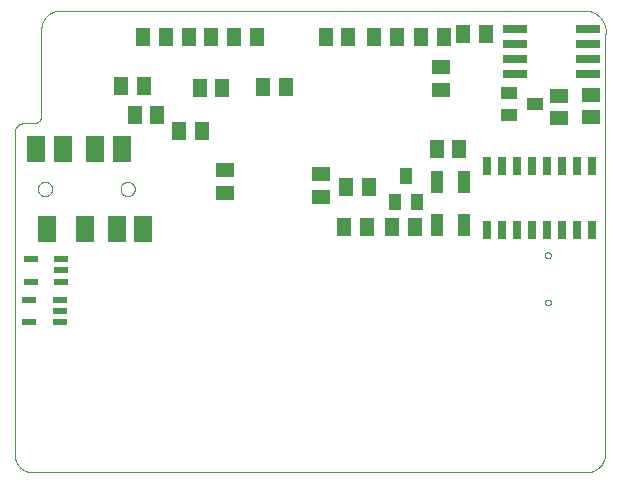
<source format=gtp>
G75*
%MOIN*%
%OFA0B0*%
%FSLAX25Y25*%
%IPPOS*%
%LPD*%
%AMOC8*
5,1,8,0,0,1.08239X$1,22.5*
%
%ADD10C,0.00000*%
%ADD11R,0.08000X0.02600*%
%ADD12R,0.05118X0.05906*%
%ADD13R,0.05906X0.05118*%
%ADD14R,0.05512X0.03937*%
%ADD15R,0.03937X0.05512*%
%ADD16R,0.05906X0.08858*%
%ADD17R,0.06299X0.08858*%
%ADD18R,0.04724X0.02165*%
%ADD19R,0.02500X0.06000*%
%ADD20R,0.04331X0.07480*%
D10*
X0010738Y0006895D02*
X0010738Y0114484D01*
X0010740Y0114588D01*
X0010746Y0114692D01*
X0010755Y0114796D01*
X0010768Y0114900D01*
X0010785Y0115002D01*
X0010806Y0115105D01*
X0010831Y0115206D01*
X0010859Y0115306D01*
X0010891Y0115406D01*
X0010926Y0115504D01*
X0010965Y0115600D01*
X0011008Y0115695D01*
X0011054Y0115789D01*
X0011103Y0115881D01*
X0011156Y0115971D01*
X0011212Y0116059D01*
X0011271Y0116145D01*
X0011333Y0116228D01*
X0011398Y0116310D01*
X0011466Y0116389D01*
X0011537Y0116465D01*
X0011611Y0116539D01*
X0011687Y0116610D01*
X0011766Y0116678D01*
X0011848Y0116743D01*
X0011931Y0116805D01*
X0012017Y0116864D01*
X0012105Y0116920D01*
X0012195Y0116973D01*
X0012287Y0117022D01*
X0012381Y0117068D01*
X0012476Y0117111D01*
X0012572Y0117150D01*
X0012670Y0117185D01*
X0012770Y0117217D01*
X0012870Y0117245D01*
X0012971Y0117270D01*
X0013074Y0117291D01*
X0013176Y0117308D01*
X0013280Y0117321D01*
X0013384Y0117330D01*
X0013488Y0117336D01*
X0013592Y0117338D01*
X0013592Y0117339D02*
X0016942Y0117339D01*
X0017044Y0117341D01*
X0017145Y0117347D01*
X0017246Y0117357D01*
X0017347Y0117370D01*
X0017447Y0117388D01*
X0017547Y0117409D01*
X0017645Y0117434D01*
X0017743Y0117463D01*
X0017839Y0117495D01*
X0017934Y0117531D01*
X0018028Y0117571D01*
X0018120Y0117615D01*
X0018210Y0117661D01*
X0018298Y0117712D01*
X0018385Y0117765D01*
X0018469Y0117822D01*
X0018551Y0117882D01*
X0018631Y0117945D01*
X0018708Y0118012D01*
X0018782Y0118081D01*
X0018854Y0118153D01*
X0018923Y0118227D01*
X0018990Y0118304D01*
X0019053Y0118384D01*
X0019113Y0118466D01*
X0019170Y0118550D01*
X0019223Y0118637D01*
X0019274Y0118725D01*
X0019320Y0118815D01*
X0019364Y0118907D01*
X0019404Y0119001D01*
X0019440Y0119096D01*
X0019472Y0119192D01*
X0019501Y0119290D01*
X0019526Y0119388D01*
X0019547Y0119488D01*
X0019565Y0119588D01*
X0019578Y0119689D01*
X0019588Y0119790D01*
X0019594Y0119891D01*
X0019596Y0119993D01*
X0019596Y0148826D01*
X0019597Y0148826D02*
X0019599Y0148979D01*
X0019605Y0149132D01*
X0019614Y0149284D01*
X0019628Y0149436D01*
X0019645Y0149588D01*
X0019667Y0149739D01*
X0019692Y0149890D01*
X0019720Y0150040D01*
X0019753Y0150190D01*
X0019790Y0150338D01*
X0019830Y0150485D01*
X0019874Y0150632D01*
X0019921Y0150777D01*
X0019972Y0150921D01*
X0020027Y0151064D01*
X0020086Y0151205D01*
X0020148Y0151344D01*
X0020213Y0151482D01*
X0020282Y0151619D01*
X0020355Y0151753D01*
X0020431Y0151886D01*
X0020510Y0152017D01*
X0020592Y0152145D01*
X0020678Y0152272D01*
X0020767Y0152396D01*
X0020859Y0152518D01*
X0020954Y0152638D01*
X0021052Y0152755D01*
X0021153Y0152870D01*
X0021257Y0152982D01*
X0021364Y0153091D01*
X0021473Y0153198D01*
X0021585Y0153302D01*
X0021700Y0153403D01*
X0021817Y0153501D01*
X0021937Y0153596D01*
X0022059Y0153688D01*
X0022183Y0153777D01*
X0022310Y0153863D01*
X0022438Y0153945D01*
X0022569Y0154024D01*
X0022702Y0154100D01*
X0022836Y0154173D01*
X0022973Y0154242D01*
X0023111Y0154307D01*
X0023250Y0154369D01*
X0023391Y0154428D01*
X0023534Y0154483D01*
X0023678Y0154534D01*
X0023823Y0154581D01*
X0023970Y0154625D01*
X0024117Y0154665D01*
X0024265Y0154702D01*
X0024415Y0154735D01*
X0024565Y0154763D01*
X0024716Y0154788D01*
X0024867Y0154810D01*
X0025019Y0154827D01*
X0025171Y0154841D01*
X0025323Y0154850D01*
X0025476Y0154856D01*
X0025629Y0154858D01*
X0201964Y0154858D01*
X0201964Y0154859D02*
X0202131Y0154826D01*
X0202296Y0154789D01*
X0202461Y0154748D01*
X0202625Y0154703D01*
X0202787Y0154654D01*
X0202949Y0154601D01*
X0203109Y0154545D01*
X0203267Y0154484D01*
X0203424Y0154420D01*
X0203580Y0154351D01*
X0203734Y0154280D01*
X0203886Y0154204D01*
X0204036Y0154125D01*
X0204184Y0154042D01*
X0204330Y0153955D01*
X0204474Y0153866D01*
X0204616Y0153772D01*
X0204755Y0153675D01*
X0204893Y0153575D01*
X0205027Y0153472D01*
X0205159Y0153365D01*
X0205289Y0153256D01*
X0205416Y0153143D01*
X0205540Y0153027D01*
X0205661Y0152908D01*
X0205779Y0152786D01*
X0205895Y0152662D01*
X0206007Y0152534D01*
X0206116Y0152404D01*
X0206222Y0152272D01*
X0206325Y0152137D01*
X0206424Y0151999D01*
X0206520Y0151859D01*
X0206613Y0151717D01*
X0206702Y0151572D01*
X0206788Y0151426D01*
X0206870Y0151277D01*
X0206949Y0151127D01*
X0207024Y0150974D01*
X0207095Y0150820D01*
X0207162Y0150665D01*
X0207226Y0150507D01*
X0207286Y0150348D01*
X0207342Y0150188D01*
X0207394Y0150026D01*
X0207442Y0149864D01*
X0207486Y0149700D01*
X0207526Y0149535D01*
X0207563Y0149369D01*
X0207595Y0149202D01*
X0207623Y0149035D01*
X0207647Y0148867D01*
X0207667Y0148698D01*
X0207683Y0148529D01*
X0207695Y0148360D01*
X0207703Y0148190D01*
X0207707Y0148021D01*
X0207706Y0147851D01*
X0207702Y0147681D01*
X0207693Y0147512D01*
X0207680Y0147342D01*
X0207664Y0147173D01*
X0207643Y0147005D01*
X0207618Y0146837D01*
X0207589Y0146670D01*
X0207589Y0146669D02*
X0207589Y0007487D01*
X0207587Y0007328D01*
X0207581Y0007169D01*
X0207571Y0007010D01*
X0207558Y0006851D01*
X0207540Y0006693D01*
X0207519Y0006535D01*
X0207493Y0006378D01*
X0207464Y0006221D01*
X0207431Y0006066D01*
X0207395Y0005911D01*
X0207354Y0005757D01*
X0207310Y0005604D01*
X0207262Y0005452D01*
X0207210Y0005302D01*
X0207154Y0005152D01*
X0207095Y0005005D01*
X0207032Y0004858D01*
X0206966Y0004713D01*
X0206896Y0004570D01*
X0206823Y0004429D01*
X0206746Y0004290D01*
X0206666Y0004152D01*
X0206583Y0004016D01*
X0206496Y0003883D01*
X0206406Y0003752D01*
X0206312Y0003623D01*
X0206216Y0003496D01*
X0206117Y0003372D01*
X0206014Y0003250D01*
X0205909Y0003131D01*
X0205800Y0003014D01*
X0205689Y0002900D01*
X0205575Y0002789D01*
X0205458Y0002680D01*
X0205339Y0002575D01*
X0205217Y0002472D01*
X0205093Y0002373D01*
X0204966Y0002277D01*
X0204837Y0002183D01*
X0204706Y0002093D01*
X0204573Y0002006D01*
X0204437Y0001923D01*
X0204299Y0001843D01*
X0204160Y0001766D01*
X0204019Y0001693D01*
X0203876Y0001623D01*
X0203731Y0001557D01*
X0203584Y0001494D01*
X0203437Y0001435D01*
X0203287Y0001379D01*
X0203137Y0001327D01*
X0202985Y0001279D01*
X0202832Y0001235D01*
X0202678Y0001194D01*
X0202523Y0001158D01*
X0202368Y0001125D01*
X0202211Y0001096D01*
X0202054Y0001070D01*
X0201896Y0001049D01*
X0201738Y0001031D01*
X0201579Y0001018D01*
X0201420Y0001008D01*
X0201261Y0001002D01*
X0201102Y0001000D01*
X0016644Y0001000D01*
X0016643Y0001000D02*
X0016492Y0001002D01*
X0016340Y0001008D01*
X0016188Y0001017D01*
X0016037Y0001031D01*
X0015886Y0001048D01*
X0015735Y0001069D01*
X0015586Y0001095D01*
X0015436Y0001124D01*
X0015288Y0001156D01*
X0015141Y0001193D01*
X0014994Y0001234D01*
X0014849Y0001278D01*
X0014705Y0001326D01*
X0014562Y0001377D01*
X0014420Y0001433D01*
X0014280Y0001492D01*
X0014142Y0001554D01*
X0014005Y0001620D01*
X0013870Y0001690D01*
X0013737Y0001763D01*
X0013605Y0001839D01*
X0013476Y0001919D01*
X0013349Y0002002D01*
X0013224Y0002088D01*
X0013101Y0002178D01*
X0012981Y0002270D01*
X0012863Y0002366D01*
X0012747Y0002465D01*
X0012634Y0002566D01*
X0012524Y0002671D01*
X0012417Y0002778D01*
X0012312Y0002888D01*
X0012210Y0003001D01*
X0012111Y0003116D01*
X0012015Y0003234D01*
X0011922Y0003354D01*
X0011832Y0003477D01*
X0011746Y0003602D01*
X0011663Y0003729D01*
X0011583Y0003858D01*
X0011506Y0003989D01*
X0011433Y0004122D01*
X0011363Y0004257D01*
X0011297Y0004394D01*
X0011234Y0004532D01*
X0011175Y0004672D01*
X0011119Y0004814D01*
X0011067Y0004956D01*
X0011019Y0005101D01*
X0010975Y0005246D01*
X0010934Y0005392D01*
X0010897Y0005540D01*
X0010864Y0005688D01*
X0010835Y0005837D01*
X0010809Y0005987D01*
X0010788Y0006137D01*
X0010770Y0006288D01*
X0010756Y0006439D01*
X0010746Y0006591D01*
X0010740Y0006743D01*
X0010738Y0006895D01*
X0018455Y0095488D02*
X0018457Y0095585D01*
X0018463Y0095682D01*
X0018473Y0095778D01*
X0018487Y0095874D01*
X0018505Y0095970D01*
X0018526Y0096064D01*
X0018552Y0096158D01*
X0018581Y0096250D01*
X0018615Y0096341D01*
X0018651Y0096431D01*
X0018692Y0096519D01*
X0018736Y0096605D01*
X0018784Y0096690D01*
X0018835Y0096772D01*
X0018889Y0096853D01*
X0018947Y0096931D01*
X0019008Y0097006D01*
X0019071Y0097079D01*
X0019138Y0097150D01*
X0019208Y0097217D01*
X0019280Y0097282D01*
X0019355Y0097343D01*
X0019433Y0097402D01*
X0019512Y0097457D01*
X0019594Y0097509D01*
X0019678Y0097557D01*
X0019764Y0097602D01*
X0019852Y0097644D01*
X0019941Y0097682D01*
X0020032Y0097716D01*
X0020124Y0097746D01*
X0020217Y0097773D01*
X0020312Y0097795D01*
X0020407Y0097814D01*
X0020503Y0097829D01*
X0020599Y0097840D01*
X0020696Y0097847D01*
X0020793Y0097850D01*
X0020890Y0097849D01*
X0020987Y0097844D01*
X0021083Y0097835D01*
X0021179Y0097822D01*
X0021275Y0097805D01*
X0021370Y0097784D01*
X0021463Y0097760D01*
X0021556Y0097731D01*
X0021648Y0097699D01*
X0021738Y0097663D01*
X0021826Y0097624D01*
X0021913Y0097580D01*
X0021998Y0097534D01*
X0022081Y0097483D01*
X0022162Y0097430D01*
X0022240Y0097373D01*
X0022317Y0097313D01*
X0022390Y0097250D01*
X0022461Y0097184D01*
X0022529Y0097115D01*
X0022595Y0097043D01*
X0022657Y0096969D01*
X0022716Y0096892D01*
X0022772Y0096813D01*
X0022825Y0096731D01*
X0022875Y0096648D01*
X0022920Y0096562D01*
X0022963Y0096475D01*
X0023002Y0096386D01*
X0023037Y0096296D01*
X0023068Y0096204D01*
X0023095Y0096111D01*
X0023119Y0096017D01*
X0023139Y0095922D01*
X0023155Y0095826D01*
X0023167Y0095730D01*
X0023175Y0095633D01*
X0023179Y0095536D01*
X0023179Y0095440D01*
X0023175Y0095343D01*
X0023167Y0095246D01*
X0023155Y0095150D01*
X0023139Y0095054D01*
X0023119Y0094959D01*
X0023095Y0094865D01*
X0023068Y0094772D01*
X0023037Y0094680D01*
X0023002Y0094590D01*
X0022963Y0094501D01*
X0022920Y0094414D01*
X0022875Y0094328D01*
X0022825Y0094245D01*
X0022772Y0094163D01*
X0022716Y0094084D01*
X0022657Y0094007D01*
X0022595Y0093933D01*
X0022529Y0093861D01*
X0022461Y0093792D01*
X0022390Y0093726D01*
X0022317Y0093663D01*
X0022240Y0093603D01*
X0022162Y0093546D01*
X0022081Y0093493D01*
X0021998Y0093442D01*
X0021913Y0093396D01*
X0021826Y0093352D01*
X0021738Y0093313D01*
X0021648Y0093277D01*
X0021556Y0093245D01*
X0021463Y0093216D01*
X0021370Y0093192D01*
X0021275Y0093171D01*
X0021179Y0093154D01*
X0021083Y0093141D01*
X0020987Y0093132D01*
X0020890Y0093127D01*
X0020793Y0093126D01*
X0020696Y0093129D01*
X0020599Y0093136D01*
X0020503Y0093147D01*
X0020407Y0093162D01*
X0020312Y0093181D01*
X0020217Y0093203D01*
X0020124Y0093230D01*
X0020032Y0093260D01*
X0019941Y0093294D01*
X0019852Y0093332D01*
X0019764Y0093374D01*
X0019678Y0093419D01*
X0019594Y0093467D01*
X0019512Y0093519D01*
X0019433Y0093574D01*
X0019355Y0093633D01*
X0019280Y0093694D01*
X0019208Y0093759D01*
X0019138Y0093826D01*
X0019071Y0093897D01*
X0019008Y0093970D01*
X0018947Y0094045D01*
X0018889Y0094123D01*
X0018835Y0094204D01*
X0018784Y0094286D01*
X0018736Y0094371D01*
X0018692Y0094457D01*
X0018651Y0094545D01*
X0018615Y0094635D01*
X0018581Y0094726D01*
X0018552Y0094818D01*
X0018526Y0094912D01*
X0018505Y0095006D01*
X0018487Y0095102D01*
X0018473Y0095198D01*
X0018463Y0095294D01*
X0018457Y0095391D01*
X0018455Y0095488D01*
X0046014Y0095488D02*
X0046016Y0095585D01*
X0046022Y0095682D01*
X0046032Y0095778D01*
X0046046Y0095874D01*
X0046064Y0095970D01*
X0046085Y0096064D01*
X0046111Y0096158D01*
X0046140Y0096250D01*
X0046174Y0096341D01*
X0046210Y0096431D01*
X0046251Y0096519D01*
X0046295Y0096605D01*
X0046343Y0096690D01*
X0046394Y0096772D01*
X0046448Y0096853D01*
X0046506Y0096931D01*
X0046567Y0097006D01*
X0046630Y0097079D01*
X0046697Y0097150D01*
X0046767Y0097217D01*
X0046839Y0097282D01*
X0046914Y0097343D01*
X0046992Y0097402D01*
X0047071Y0097457D01*
X0047153Y0097509D01*
X0047237Y0097557D01*
X0047323Y0097602D01*
X0047411Y0097644D01*
X0047500Y0097682D01*
X0047591Y0097716D01*
X0047683Y0097746D01*
X0047776Y0097773D01*
X0047871Y0097795D01*
X0047966Y0097814D01*
X0048062Y0097829D01*
X0048158Y0097840D01*
X0048255Y0097847D01*
X0048352Y0097850D01*
X0048449Y0097849D01*
X0048546Y0097844D01*
X0048642Y0097835D01*
X0048738Y0097822D01*
X0048834Y0097805D01*
X0048929Y0097784D01*
X0049022Y0097760D01*
X0049115Y0097731D01*
X0049207Y0097699D01*
X0049297Y0097663D01*
X0049385Y0097624D01*
X0049472Y0097580D01*
X0049557Y0097534D01*
X0049640Y0097483D01*
X0049721Y0097430D01*
X0049799Y0097373D01*
X0049876Y0097313D01*
X0049949Y0097250D01*
X0050020Y0097184D01*
X0050088Y0097115D01*
X0050154Y0097043D01*
X0050216Y0096969D01*
X0050275Y0096892D01*
X0050331Y0096813D01*
X0050384Y0096731D01*
X0050434Y0096648D01*
X0050479Y0096562D01*
X0050522Y0096475D01*
X0050561Y0096386D01*
X0050596Y0096296D01*
X0050627Y0096204D01*
X0050654Y0096111D01*
X0050678Y0096017D01*
X0050698Y0095922D01*
X0050714Y0095826D01*
X0050726Y0095730D01*
X0050734Y0095633D01*
X0050738Y0095536D01*
X0050738Y0095440D01*
X0050734Y0095343D01*
X0050726Y0095246D01*
X0050714Y0095150D01*
X0050698Y0095054D01*
X0050678Y0094959D01*
X0050654Y0094865D01*
X0050627Y0094772D01*
X0050596Y0094680D01*
X0050561Y0094590D01*
X0050522Y0094501D01*
X0050479Y0094414D01*
X0050434Y0094328D01*
X0050384Y0094245D01*
X0050331Y0094163D01*
X0050275Y0094084D01*
X0050216Y0094007D01*
X0050154Y0093933D01*
X0050088Y0093861D01*
X0050020Y0093792D01*
X0049949Y0093726D01*
X0049876Y0093663D01*
X0049799Y0093603D01*
X0049721Y0093546D01*
X0049640Y0093493D01*
X0049557Y0093442D01*
X0049472Y0093396D01*
X0049385Y0093352D01*
X0049297Y0093313D01*
X0049207Y0093277D01*
X0049115Y0093245D01*
X0049022Y0093216D01*
X0048929Y0093192D01*
X0048834Y0093171D01*
X0048738Y0093154D01*
X0048642Y0093141D01*
X0048546Y0093132D01*
X0048449Y0093127D01*
X0048352Y0093126D01*
X0048255Y0093129D01*
X0048158Y0093136D01*
X0048062Y0093147D01*
X0047966Y0093162D01*
X0047871Y0093181D01*
X0047776Y0093203D01*
X0047683Y0093230D01*
X0047591Y0093260D01*
X0047500Y0093294D01*
X0047411Y0093332D01*
X0047323Y0093374D01*
X0047237Y0093419D01*
X0047153Y0093467D01*
X0047071Y0093519D01*
X0046992Y0093574D01*
X0046914Y0093633D01*
X0046839Y0093694D01*
X0046767Y0093759D01*
X0046697Y0093826D01*
X0046630Y0093897D01*
X0046567Y0093970D01*
X0046506Y0094045D01*
X0046448Y0094123D01*
X0046394Y0094204D01*
X0046343Y0094286D01*
X0046295Y0094371D01*
X0046251Y0094457D01*
X0046210Y0094545D01*
X0046174Y0094635D01*
X0046140Y0094726D01*
X0046111Y0094818D01*
X0046085Y0094912D01*
X0046064Y0095006D01*
X0046046Y0095102D01*
X0046032Y0095198D01*
X0046022Y0095294D01*
X0046016Y0095391D01*
X0046014Y0095488D01*
X0187431Y0073402D02*
X0187433Y0073464D01*
X0187439Y0073527D01*
X0187449Y0073588D01*
X0187463Y0073649D01*
X0187480Y0073709D01*
X0187501Y0073768D01*
X0187527Y0073825D01*
X0187555Y0073880D01*
X0187587Y0073934D01*
X0187623Y0073985D01*
X0187661Y0074035D01*
X0187703Y0074081D01*
X0187747Y0074125D01*
X0187795Y0074166D01*
X0187844Y0074204D01*
X0187896Y0074238D01*
X0187950Y0074269D01*
X0188006Y0074297D01*
X0188064Y0074321D01*
X0188123Y0074342D01*
X0188183Y0074358D01*
X0188244Y0074371D01*
X0188306Y0074380D01*
X0188368Y0074385D01*
X0188431Y0074386D01*
X0188493Y0074383D01*
X0188555Y0074376D01*
X0188617Y0074365D01*
X0188677Y0074350D01*
X0188737Y0074332D01*
X0188795Y0074310D01*
X0188852Y0074284D01*
X0188907Y0074254D01*
X0188960Y0074221D01*
X0189011Y0074185D01*
X0189059Y0074146D01*
X0189105Y0074103D01*
X0189148Y0074058D01*
X0189188Y0074010D01*
X0189225Y0073960D01*
X0189259Y0073907D01*
X0189290Y0073853D01*
X0189316Y0073797D01*
X0189340Y0073739D01*
X0189359Y0073679D01*
X0189375Y0073619D01*
X0189387Y0073557D01*
X0189395Y0073496D01*
X0189399Y0073433D01*
X0189399Y0073371D01*
X0189395Y0073308D01*
X0189387Y0073247D01*
X0189375Y0073185D01*
X0189359Y0073125D01*
X0189340Y0073065D01*
X0189316Y0073007D01*
X0189290Y0072951D01*
X0189259Y0072897D01*
X0189225Y0072844D01*
X0189188Y0072794D01*
X0189148Y0072746D01*
X0189105Y0072701D01*
X0189059Y0072658D01*
X0189011Y0072619D01*
X0188960Y0072583D01*
X0188907Y0072550D01*
X0188852Y0072520D01*
X0188795Y0072494D01*
X0188737Y0072472D01*
X0188677Y0072454D01*
X0188617Y0072439D01*
X0188555Y0072428D01*
X0188493Y0072421D01*
X0188431Y0072418D01*
X0188368Y0072419D01*
X0188306Y0072424D01*
X0188244Y0072433D01*
X0188183Y0072446D01*
X0188123Y0072462D01*
X0188064Y0072483D01*
X0188006Y0072507D01*
X0187950Y0072535D01*
X0187896Y0072566D01*
X0187844Y0072600D01*
X0187795Y0072638D01*
X0187747Y0072679D01*
X0187703Y0072723D01*
X0187661Y0072769D01*
X0187623Y0072819D01*
X0187587Y0072870D01*
X0187555Y0072924D01*
X0187527Y0072979D01*
X0187501Y0073036D01*
X0187480Y0073095D01*
X0187463Y0073155D01*
X0187449Y0073216D01*
X0187439Y0073277D01*
X0187433Y0073340D01*
X0187431Y0073402D01*
X0187431Y0057654D02*
X0187433Y0057716D01*
X0187439Y0057779D01*
X0187449Y0057840D01*
X0187463Y0057901D01*
X0187480Y0057961D01*
X0187501Y0058020D01*
X0187527Y0058077D01*
X0187555Y0058132D01*
X0187587Y0058186D01*
X0187623Y0058237D01*
X0187661Y0058287D01*
X0187703Y0058333D01*
X0187747Y0058377D01*
X0187795Y0058418D01*
X0187844Y0058456D01*
X0187896Y0058490D01*
X0187950Y0058521D01*
X0188006Y0058549D01*
X0188064Y0058573D01*
X0188123Y0058594D01*
X0188183Y0058610D01*
X0188244Y0058623D01*
X0188306Y0058632D01*
X0188368Y0058637D01*
X0188431Y0058638D01*
X0188493Y0058635D01*
X0188555Y0058628D01*
X0188617Y0058617D01*
X0188677Y0058602D01*
X0188737Y0058584D01*
X0188795Y0058562D01*
X0188852Y0058536D01*
X0188907Y0058506D01*
X0188960Y0058473D01*
X0189011Y0058437D01*
X0189059Y0058398D01*
X0189105Y0058355D01*
X0189148Y0058310D01*
X0189188Y0058262D01*
X0189225Y0058212D01*
X0189259Y0058159D01*
X0189290Y0058105D01*
X0189316Y0058049D01*
X0189340Y0057991D01*
X0189359Y0057931D01*
X0189375Y0057871D01*
X0189387Y0057809D01*
X0189395Y0057748D01*
X0189399Y0057685D01*
X0189399Y0057623D01*
X0189395Y0057560D01*
X0189387Y0057499D01*
X0189375Y0057437D01*
X0189359Y0057377D01*
X0189340Y0057317D01*
X0189316Y0057259D01*
X0189290Y0057203D01*
X0189259Y0057149D01*
X0189225Y0057096D01*
X0189188Y0057046D01*
X0189148Y0056998D01*
X0189105Y0056953D01*
X0189059Y0056910D01*
X0189011Y0056871D01*
X0188960Y0056835D01*
X0188907Y0056802D01*
X0188852Y0056772D01*
X0188795Y0056746D01*
X0188737Y0056724D01*
X0188677Y0056706D01*
X0188617Y0056691D01*
X0188555Y0056680D01*
X0188493Y0056673D01*
X0188431Y0056670D01*
X0188368Y0056671D01*
X0188306Y0056676D01*
X0188244Y0056685D01*
X0188183Y0056698D01*
X0188123Y0056714D01*
X0188064Y0056735D01*
X0188006Y0056759D01*
X0187950Y0056787D01*
X0187896Y0056818D01*
X0187844Y0056852D01*
X0187795Y0056890D01*
X0187747Y0056931D01*
X0187703Y0056975D01*
X0187661Y0057021D01*
X0187623Y0057071D01*
X0187587Y0057122D01*
X0187555Y0057176D01*
X0187527Y0057231D01*
X0187501Y0057288D01*
X0187480Y0057347D01*
X0187463Y0057407D01*
X0187449Y0057468D01*
X0187439Y0057529D01*
X0187433Y0057592D01*
X0187431Y0057654D01*
D11*
X0177536Y0133697D03*
X0177536Y0138697D03*
X0177536Y0143697D03*
X0177536Y0148697D03*
X0201736Y0148697D03*
X0201736Y0143697D03*
X0201736Y0138697D03*
X0201736Y0133697D03*
D12*
X0167667Y0147063D03*
X0160187Y0147063D03*
X0153652Y0146197D03*
X0146171Y0146197D03*
X0137982Y0146118D03*
X0130502Y0146118D03*
X0121801Y0146039D03*
X0114321Y0146039D03*
X0091447Y0146079D03*
X0083967Y0146079D03*
X0076250Y0146118D03*
X0068770Y0146118D03*
X0061053Y0146157D03*
X0053573Y0146157D03*
X0053691Y0129858D03*
X0046211Y0129858D03*
X0050738Y0120055D03*
X0058219Y0120055D03*
X0065502Y0114701D03*
X0072982Y0114701D03*
X0072352Y0129189D03*
X0079833Y0129189D03*
X0093612Y0129346D03*
X0101093Y0129346D03*
X0121289Y0096000D03*
X0128770Y0096000D03*
X0127982Y0082732D03*
X0136526Y0082969D03*
X0144006Y0082969D03*
X0120502Y0082732D03*
X0151407Y0108795D03*
X0158888Y0108795D03*
D13*
X0152825Y0128520D03*
X0152825Y0136000D03*
X0192156Y0126591D03*
X0202667Y0126945D03*
X0202667Y0119465D03*
X0192156Y0119110D03*
X0112825Y0100449D03*
X0112825Y0092969D03*
X0080817Y0094189D03*
X0080817Y0101669D03*
D14*
X0175581Y0120094D03*
X0175581Y0127575D03*
X0184242Y0123835D03*
D15*
X0141132Y0099701D03*
X0144872Y0091039D03*
X0137392Y0091039D03*
D16*
X0017667Y0108776D03*
D17*
X0026722Y0108776D03*
X0037352Y0108776D03*
X0046407Y0108776D03*
X0044833Y0082201D03*
X0053494Y0082201D03*
X0034203Y0082201D03*
X0021604Y0082201D03*
D18*
X0026250Y0072063D03*
X0026250Y0068323D03*
X0026250Y0064583D03*
X0025778Y0058480D03*
X0025778Y0054740D03*
X0025778Y0051000D03*
X0015541Y0051000D03*
X0015541Y0058480D03*
X0016014Y0064583D03*
X0016014Y0072063D03*
D19*
X0168081Y0081886D03*
X0173081Y0081886D03*
X0178081Y0081886D03*
X0183081Y0081886D03*
X0188081Y0081886D03*
X0193081Y0081886D03*
X0198081Y0081886D03*
X0203081Y0081886D03*
X0203081Y0103106D03*
X0198081Y0103106D03*
X0193081Y0103106D03*
X0188081Y0103106D03*
X0183081Y0103106D03*
X0178081Y0103106D03*
X0173081Y0103106D03*
X0168081Y0103106D03*
D20*
X0160384Y0097929D03*
X0151329Y0097929D03*
X0151329Y0083362D03*
X0160384Y0083362D03*
M02*

</source>
